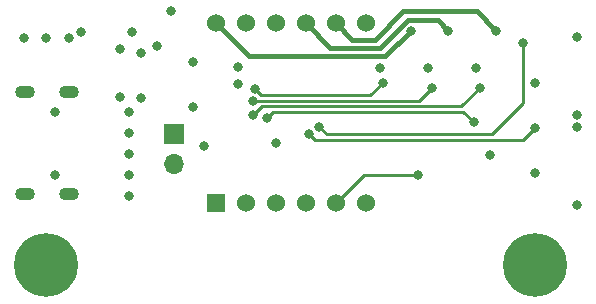
<source format=gtl>
G04 #@! TF.GenerationSoftware,KiCad,Pcbnew,(5.1.10)-1*
G04 #@! TF.CreationDate,2021-07-15T16:55:58+03:00*
G04 #@! TF.ProjectId,clock,636c6f63-6b2e-46b6-9963-61645f706362,rev?*
G04 #@! TF.SameCoordinates,Original*
G04 #@! TF.FileFunction,Copper,L1,Top*
G04 #@! TF.FilePolarity,Positive*
%FSLAX46Y46*%
G04 Gerber Fmt 4.6, Leading zero omitted, Abs format (unit mm)*
G04 Created by KiCad (PCBNEW (5.1.10)-1) date 2021-07-15 16:55:58*
%MOMM*%
%LPD*%
G01*
G04 APERTURE LIST*
G04 #@! TA.AperFunction,ComponentPad*
%ADD10O,1.700000X1.700000*%
G04 #@! TD*
G04 #@! TA.AperFunction,ComponentPad*
%ADD11R,1.700000X1.700000*%
G04 #@! TD*
G04 #@! TA.AperFunction,ComponentPad*
%ADD12C,1.524000*%
G04 #@! TD*
G04 #@! TA.AperFunction,ComponentPad*
%ADD13R,1.524000X1.524000*%
G04 #@! TD*
G04 #@! TA.AperFunction,ComponentPad*
%ADD14O,1.700000X1.100000*%
G04 #@! TD*
G04 #@! TA.AperFunction,ComponentPad*
%ADD15C,5.400000*%
G04 #@! TD*
G04 #@! TA.AperFunction,ComponentPad*
%ADD16C,0.800000*%
G04 #@! TD*
G04 #@! TA.AperFunction,ViaPad*
%ADD17C,0.800000*%
G04 #@! TD*
G04 #@! TA.AperFunction,Conductor*
%ADD18C,0.254000*%
G04 #@! TD*
G04 #@! TA.AperFunction,Conductor*
%ADD19C,0.381000*%
G04 #@! TD*
G04 APERTURE END LIST*
D10*
X40894000Y-32893000D03*
D11*
X40894000Y-30353000D03*
D12*
X44450000Y-20955000D03*
X46990000Y-20955000D03*
X49530000Y-20955000D03*
X52070000Y-20955000D03*
X54610000Y-20955000D03*
X57150000Y-20955000D03*
X57150000Y-36195000D03*
X54610000Y-36195000D03*
X52070000Y-36195000D03*
X49530000Y-36195000D03*
X46990000Y-36195000D03*
D13*
X44450000Y-36195000D03*
D14*
X28275200Y-35435000D03*
X32075200Y-35435000D03*
X28275200Y-26795000D03*
X32075200Y-26795000D03*
D15*
X71501000Y-41402000D03*
D16*
X69476000Y-41402000D03*
X70069109Y-42833891D03*
X71501000Y-43427000D03*
X72932891Y-42833891D03*
X73526000Y-41402000D03*
X72932891Y-39970109D03*
X71501000Y-39377000D03*
X70069109Y-39970109D03*
D15*
X30099000Y-41402000D03*
D16*
X32124000Y-41402000D03*
X31530891Y-39970109D03*
X30099000Y-39377000D03*
X28667109Y-39970109D03*
X28074000Y-41402000D03*
X28667109Y-42833891D03*
X30099000Y-43427000D03*
X31530891Y-42833891D03*
D17*
X61595000Y-33782000D03*
X60960000Y-21590002D03*
X64135000Y-21590000D03*
X68199000Y-21590000D03*
X37084000Y-28448000D03*
X37084000Y-30226000D03*
X37084000Y-32004000D03*
X37084000Y-35560000D03*
X38100000Y-23495000D03*
X33020000Y-21717000D03*
X42545000Y-28067000D03*
X30861000Y-28448000D03*
X30861000Y-33782000D03*
X28194000Y-22225000D03*
X30099000Y-22225000D03*
X32004000Y-22225000D03*
X36322000Y-23114000D03*
X43434000Y-31369000D03*
X40640000Y-19939000D03*
X58356500Y-24765000D03*
X62420500Y-24765000D03*
X66484500Y-24765000D03*
X67691000Y-32131000D03*
X75057000Y-29718000D03*
X75057000Y-36322000D03*
X75057000Y-28702000D03*
X75057000Y-22098000D03*
X46379845Y-26067979D03*
X49530000Y-31115000D03*
X37084000Y-33782000D03*
X38100000Y-27305000D03*
X37338000Y-21717000D03*
X42545000Y-24257000D03*
X36322000Y-27178000D03*
X39497000Y-22860000D03*
X71501000Y-33655000D03*
X71501000Y-26035000D03*
X46355000Y-24638000D03*
X70485000Y-22606000D03*
X53219231Y-29712808D03*
X71501000Y-29845000D03*
X52324000Y-30353000D03*
X47752000Y-26543000D03*
X58610500Y-25971500D03*
X62738000Y-26416000D03*
X47625000Y-27559000D03*
X66802000Y-26416000D03*
X47625000Y-28702000D03*
X66294000Y-29337000D03*
X48767996Y-28956000D03*
D18*
X57023000Y-33782000D02*
X54610000Y-36195000D01*
X61595000Y-33782000D02*
X57023000Y-33782000D01*
D19*
X60959998Y-21590002D02*
X60960000Y-21590002D01*
X58801000Y-23749000D02*
X60959998Y-21590002D01*
X47244000Y-23749000D02*
X58801000Y-23749000D01*
X44450000Y-20955000D02*
X47244000Y-23749000D01*
X60706000Y-20701000D02*
X63246000Y-20701000D01*
X63246000Y-20701000D02*
X64135000Y-21590000D01*
X58346991Y-23060009D02*
X60706000Y-20701000D01*
X54175009Y-23060009D02*
X58346991Y-23060009D01*
X52070000Y-20955000D02*
X54175009Y-23060009D01*
X66548000Y-19939000D02*
X68199000Y-21590000D01*
X60325000Y-19939000D02*
X66548000Y-19939000D01*
X57912000Y-22352000D02*
X60325000Y-19939000D01*
X54610000Y-20955000D02*
X56007000Y-22352000D01*
X56007000Y-22352000D02*
X57912000Y-22352000D01*
D18*
X70485000Y-27686000D02*
X70485000Y-22606000D01*
X67818000Y-30353000D02*
X70485000Y-27686000D01*
X53848000Y-30353000D02*
X67818000Y-30353000D01*
X53219231Y-29724231D02*
X53848000Y-30353000D01*
X53219231Y-29712808D02*
X53219231Y-29724231D01*
X70485000Y-30861000D02*
X71501000Y-29845000D01*
X52832000Y-30861000D02*
X70485000Y-30861000D01*
X52324000Y-30353000D02*
X52832000Y-30861000D01*
X57531000Y-27051000D02*
X58610500Y-25971500D01*
X48260000Y-27051000D02*
X57531000Y-27051000D01*
X47752000Y-26543000D02*
X48260000Y-27051000D01*
X62738000Y-26416000D02*
X61648989Y-27505011D01*
X61648989Y-27505011D02*
X47678989Y-27505011D01*
X47678989Y-27505011D02*
X47625000Y-27559000D01*
X66802000Y-26416000D02*
X65258979Y-27959021D01*
X65258979Y-27959021D02*
X48367980Y-27959021D01*
X48367980Y-27959021D02*
X47625000Y-28702000D01*
X65405000Y-28448000D02*
X49275996Y-28448000D01*
X49275996Y-28448000D02*
X48767996Y-28956000D01*
X66294000Y-29337000D02*
X65405000Y-28448000D01*
M02*

</source>
